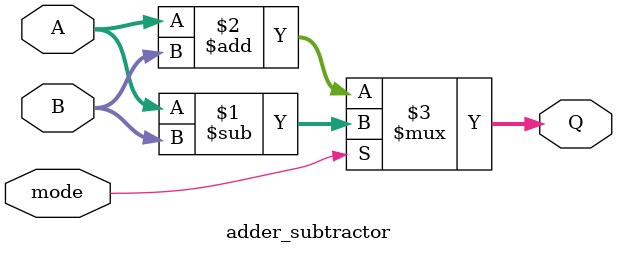
<source format=v>

module add_sub_shift (
    input [3:0] A,
    input [3:0] B,
    input mode,
    input DIR,
    input [1:0] AMT,
    output [3:0] Q
);

reg [3:0] shifted_A;
wire [3:0] shifted_B;

// Barrel shifter module
barrel_shifter bs(
    .A(A),
    .B(B),
    .DIR(DIR),
    .AMT(AMT),
    .Q(shifted_A),
    .fill(shifted_B)
);

// Adder-subtractor module
adder_subtractor as(
    .A(shifted_A),
    .B(shifted_B),
    .mode(mode),
    .Q(Q)
);

endmodule
module barrel_shifter (
    input [3:0] A,
    input [3:0] B,
    input DIR,
    input [1:0] AMT,
    output [3:0] Q,
    output [3:0] fill
);

wire [3:0] shifted_A;

assign shifted_A = (DIR) ? {B[3-AMT[1:0]:0], A[3:AMT[1:0]]} : {A[AMT[1:0]-1:0], B[3:AMT[1:0]]};

assign Q = shifted_A;
assign fill = (DIR) ? {B[3:AMT[1:0]], shifted_A[AMT[1:0]-1:0]} : {A[AMT[1:0]-1:0], shifted_A[AMT[1:0]-1:0]};

endmodule
module adder_subtractor (
    input [3:0] A,
    input [3:0] B,
    input mode,
    output [3:0] Q
);

assign Q = (mode) ? A - B : A + B;

endmodule
</source>
